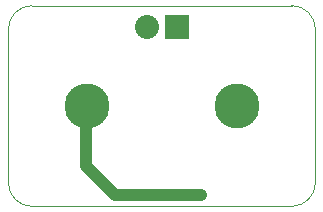
<source format=gbl>
G04 #@! TF.FileFunction,Copper,L2,Bot,Signal*
%FSLAX46Y46*%
G04 Gerber Fmt 4.6, Leading zero omitted, Abs format (unit mm)*
G04 Created by KiCad (PCBNEW 0.201506162246+5763~23~ubuntu14.10.1-product) date Thu Jun 18 16:41:26 2015*
%MOMM*%
G01*
G04 APERTURE LIST*
%ADD10C,0.100000*%
%ADD11R,2.032000X2.032000*%
%ADD12O,2.032000X2.032000*%
%ADD13C,3.800000*%
%ADD14C,0.600000*%
%ADD15C,1.000000*%
G04 APERTURE END LIST*
D10*
X113000000Y-106500000D02*
X113000000Y-93500000D01*
X89000000Y-108500000D02*
X111000000Y-108500000D01*
X87000000Y-93500000D02*
X87000000Y-106500000D01*
X111000000Y-91500000D02*
X89000000Y-91500000D01*
X113000000Y-93500000D02*
G75*
G03X111000000Y-91500000I-2000000J0D01*
G01*
X111000000Y-108500000D02*
G75*
G03X113000000Y-106500000I0J2000000D01*
G01*
X87000000Y-106500000D02*
G75*
G03X89000000Y-108500000I2000000J0D01*
G01*
X89000000Y-91500000D02*
G75*
G03X87000000Y-93500000I0J-2000000D01*
G01*
D11*
X101270000Y-93300000D03*
D12*
X98730000Y-93300000D03*
D13*
X106350000Y-100000000D03*
X93650000Y-100000000D03*
D14*
X103300000Y-107500000D03*
D15*
X93600000Y-105100000D02*
X93600000Y-100000000D01*
X96000000Y-107500000D02*
X93600000Y-105100000D01*
X102600000Y-107500000D02*
X96000000Y-107500000D01*
X103300000Y-107500000D02*
X102600000Y-107500000D01*
M02*

</source>
